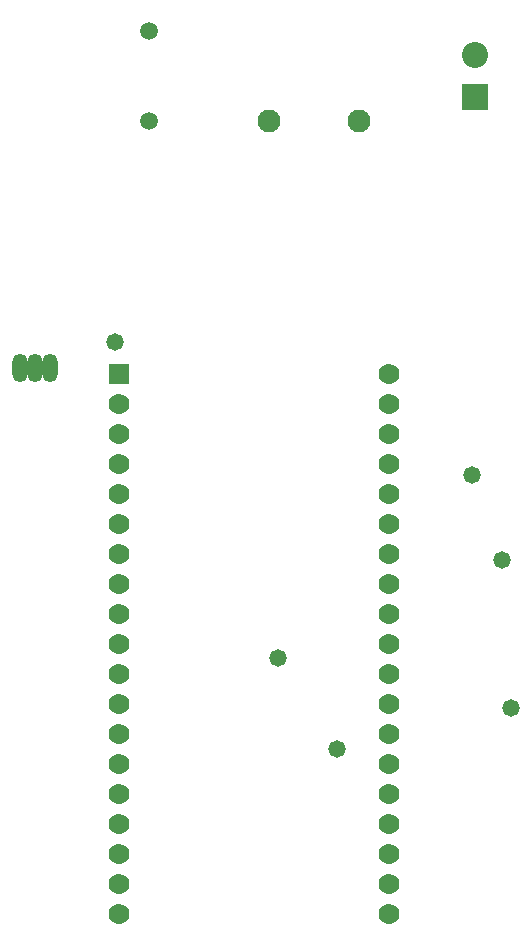
<source format=gbs>
G04*
G04 #@! TF.GenerationSoftware,Altium Limited,Altium Designer,21.7.1 (17)*
G04*
G04 Layer_Color=16711935*
%FSLAX25Y25*%
%MOIN*%
G70*
G04*
G04 #@! TF.SameCoordinates,4F73F3F9-A25A-42A2-B41E-11CF7C4F7039*
G04*
G04*
G04 #@! TF.FilePolarity,Negative*
G04*
G01*
G75*
%ADD35C,0.06942*%
%ADD36R,0.06942X0.06942*%
%ADD37O,0.05170X0.09540*%
%ADD38C,0.05918*%
%ADD39C,0.07690*%
%ADD40R,0.08674X0.08674*%
%ADD41C,0.08674*%
%ADD42C,0.05800*%
D35*
X143425Y95906D02*
D03*
Y85905D02*
D03*
Y75906D02*
D03*
Y65905D02*
D03*
Y55905D02*
D03*
Y45906D02*
D03*
Y35906D02*
D03*
Y25905D02*
D03*
Y15905D02*
D03*
Y105905D02*
D03*
Y115905D02*
D03*
Y125906D02*
D03*
Y135906D02*
D03*
Y195905D02*
D03*
Y185906D02*
D03*
Y165905D02*
D03*
Y155905D02*
D03*
Y145905D02*
D03*
Y175906D02*
D03*
X53425Y115905D02*
D03*
Y105905D02*
D03*
Y95906D02*
D03*
Y85905D02*
D03*
Y75906D02*
D03*
Y65905D02*
D03*
Y55905D02*
D03*
Y45906D02*
D03*
Y15905D02*
D03*
Y35906D02*
D03*
Y25905D02*
D03*
Y175906D02*
D03*
Y165905D02*
D03*
Y155905D02*
D03*
Y145905D02*
D03*
Y135906D02*
D03*
Y125906D02*
D03*
Y185906D02*
D03*
D36*
Y195905D02*
D03*
D37*
X20591Y197794D02*
D03*
X25591D02*
D03*
X30591D02*
D03*
D38*
X63425Y310276D02*
D03*
Y280276D02*
D03*
D39*
X133425D02*
D03*
X103425D02*
D03*
D40*
X172244Y288386D02*
D03*
D41*
Y302165D02*
D03*
D42*
X184055Y84646D02*
D03*
X125984Y70866D02*
D03*
X171260Y162402D02*
D03*
X52165Y206693D02*
D03*
X106299Y101378D02*
D03*
X181102Y133858D02*
D03*
M02*

</source>
